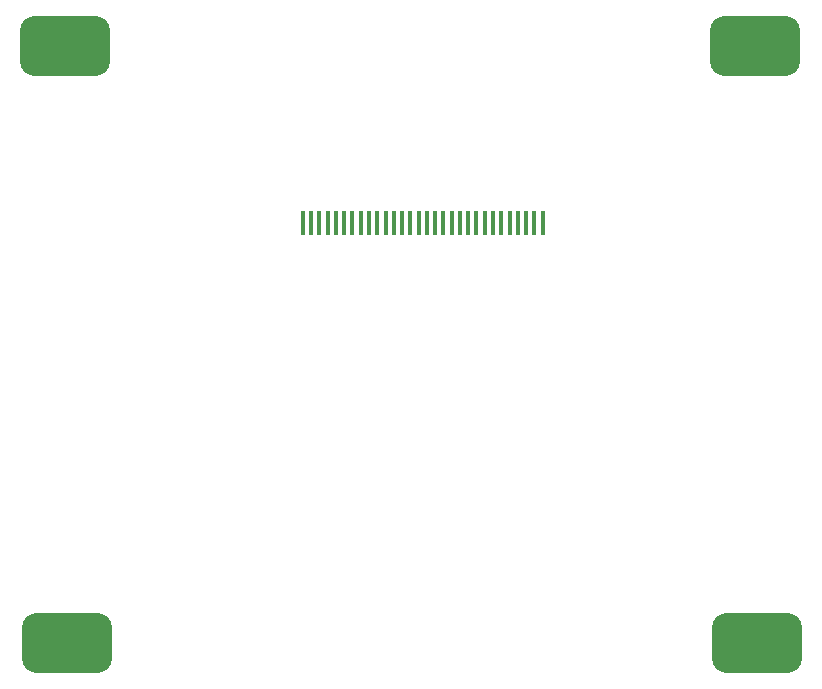
<source format=gbp>
G04 #@! TF.GenerationSoftware,KiCad,Pcbnew,6.0.11*
G04 #@! TF.CreationDate,2023-02-08T13:55:15+01:00*
G04 #@! TF.ProjectId,pullup_counter_schematic,70756c6c-7570-45f6-936f-756e7465725f,1*
G04 #@! TF.SameCoordinates,Original*
G04 #@! TF.FileFunction,Paste,Bot*
G04 #@! TF.FilePolarity,Positive*
%FSLAX46Y46*%
G04 Gerber Fmt 4.6, Leading zero omitted, Abs format (unit mm)*
G04 Created by KiCad (PCBNEW 6.0.11) date 2023-02-08 13:55:15*
%MOMM*%
%LPD*%
G01*
G04 APERTURE LIST*
G04 Aperture macros list*
%AMRoundRect*
0 Rectangle with rounded corners*
0 $1 Rounding radius*
0 $2 $3 $4 $5 $6 $7 $8 $9 X,Y pos of 4 corners*
0 Add a 4 corners polygon primitive as box body*
4,1,4,$2,$3,$4,$5,$6,$7,$8,$9,$2,$3,0*
0 Add four circle primitives for the rounded corners*
1,1,$1+$1,$2,$3*
1,1,$1+$1,$4,$5*
1,1,$1+$1,$6,$7*
1,1,$1+$1,$8,$9*
0 Add four rect primitives between the rounded corners*
20,1,$1+$1,$2,$3,$4,$5,0*
20,1,$1+$1,$4,$5,$6,$7,0*
20,1,$1+$1,$6,$7,$8,$9,0*
20,1,$1+$1,$8,$9,$2,$3,0*%
G04 Aperture macros list end*
%ADD10R,0.400000X2.000000*%
%ADD11RoundRect,1.270000X-2.540000X-1.270000X2.540000X-1.270000X2.540000X1.270000X-2.540000X1.270000X0*%
%ADD12RoundRect,1.270000X2.540000X1.270000X-2.540000X1.270000X-2.540000X-1.270000X2.540000X-1.270000X0*%
G04 APERTURE END LIST*
D10*
X151150000Y-57500000D03*
X150450000Y-57500000D03*
X149750000Y-57500000D03*
X149050000Y-57500000D03*
X148350000Y-57500000D03*
X147650000Y-57500000D03*
X146950000Y-57500000D03*
X146250000Y-57500000D03*
X145550000Y-57500000D03*
X144850000Y-57500000D03*
X144150000Y-57500000D03*
X143450000Y-57500000D03*
X142750000Y-57500000D03*
X142050000Y-57500000D03*
X141350000Y-57500000D03*
X140650000Y-57500000D03*
X139950000Y-57500000D03*
X139250000Y-57500000D03*
X138550000Y-57500000D03*
X137850000Y-57500000D03*
X137150000Y-57500000D03*
X136450000Y-57500000D03*
X135750000Y-57500000D03*
X135050000Y-57500000D03*
X134350000Y-57500000D03*
X133650000Y-57500000D03*
X132950000Y-57500000D03*
X132250000Y-57500000D03*
X131550000Y-57500000D03*
X130850000Y-57500000D03*
D11*
X110905000Y-93000000D03*
X169325000Y-93000000D03*
D12*
X169095000Y-42500000D03*
X110675000Y-42500000D03*
M02*

</source>
